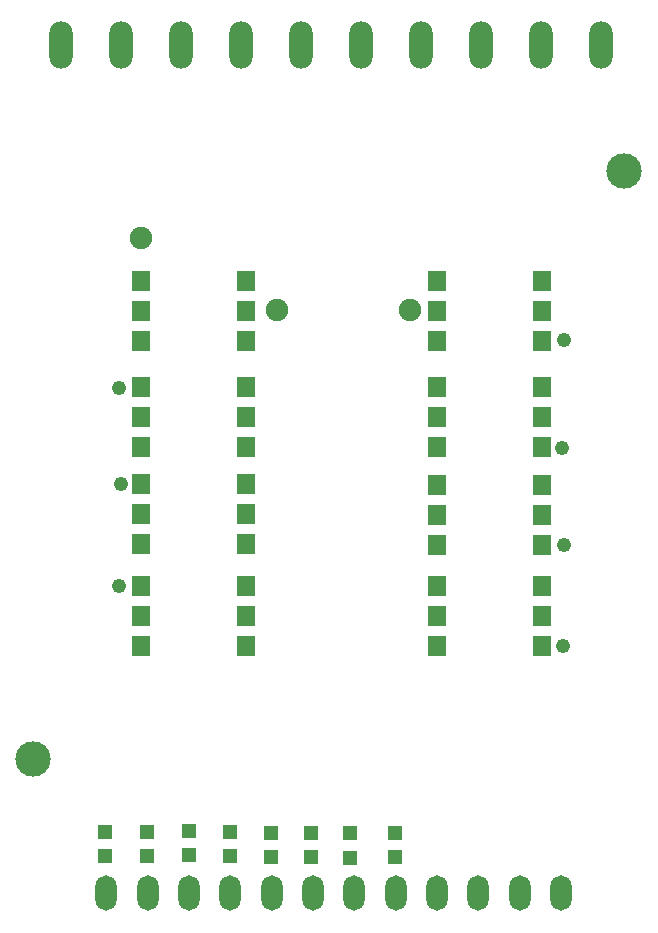
<source format=gbr>
%FSLAX23Y23*%
%MOIN*%
%ADD70O,0.07087X0.11811*%
%ADD91O,0.07874X0.15748*%
%ADD144R,0.05118X0.04500*%
%ADD92R,0.06299X0.07087*%
%ADD98C,0.04800*%
%ADD93C,0.07500*%
%ADD97C,0.11811*%
X000Y000D02*
D02*
D70*
X496Y321D03*
X634D03*
X772D03*
X909D03*
X1047D03*
X1185D03*
X1323D03*
X1461D03*
X1598D03*
X1736D03*
X1874D03*
X2012D03*
D02*
D91*
X345Y3147D03*
X545D03*
X745D03*
X945D03*
X1145D03*
X1345D03*
X1545D03*
X1745D03*
X1945D03*
X2145D03*
D02*
D92*
X613Y1144D03*
Y1244D03*
Y1344D03*
Y1484D03*
Y1584D03*
Y1684D03*
Y1807D03*
Y1907D03*
Y2007D03*
Y2160D03*
Y2260D03*
Y2360D03*
X963Y1144D03*
Y1244D03*
Y1344D03*
Y1484D03*
Y1584D03*
Y1684D03*
Y1807D03*
Y1907D03*
Y2007D03*
Y2160D03*
Y2260D03*
Y2360D03*
X1597Y1146D03*
Y1246D03*
Y1346D03*
X1598Y1482D03*
Y1582D03*
Y1682D03*
Y2162D03*
Y2262D03*
Y2362D03*
X1599Y1809D03*
Y1909D03*
Y2009D03*
X1947Y1146D03*
Y1246D03*
Y1346D03*
X1948Y1482D03*
Y1582D03*
Y1682D03*
Y2162D03*
Y2262D03*
Y2362D03*
X1949Y1809D03*
Y1909D03*
Y2009D03*
D02*
D93*
X613Y2503D03*
X1064Y2264D03*
X1508D03*
D02*
D97*
X253Y767D03*
X2223Y2729D03*
D02*
D98*
X539Y1346D03*
X540Y2006D03*
X546Y1685D03*
X2015Y1804D03*
X2019Y1143D03*
X2023Y1481D03*
Y2164D03*
D02*
D144*
X493Y524D03*
X493Y443D03*
X632Y524D03*
X632Y443D03*
X772Y529D03*
X772Y448D03*
X909Y525D03*
X909Y444D03*
X1044Y521D03*
X1044Y440D03*
X1180Y522D03*
X1180Y441D03*
X1310Y520D03*
X1310Y439D03*
X1458Y521D03*
X1458Y440D03*
X000Y000D02*
M02*

</source>
